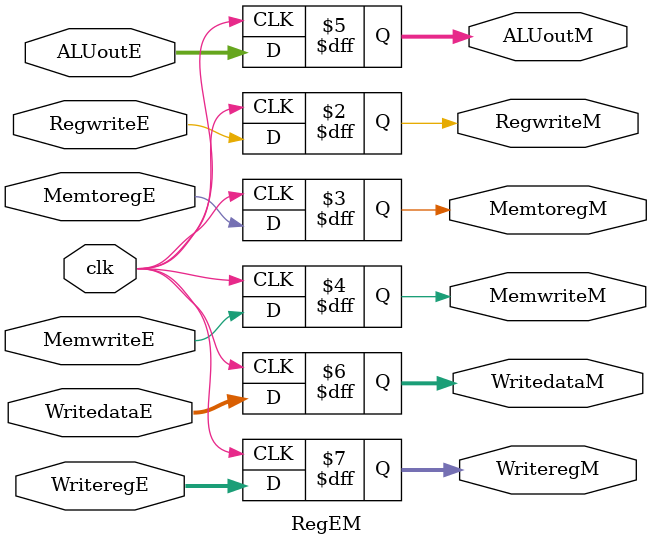
<source format=v>
`timescale 1ns / 1ps


module RegEM(
input clk,
input RegwriteE,
input MemtoregE,
input MemwriteE,
input [31:0]ALUoutE,
input [31:0]WritedataE,
input [4:0]WriteregE,
output reg RegwriteM,
output reg MemtoregM,
output reg MemwriteM,
output reg [31:0]ALUoutM,
output reg [31:0]WritedataM,
output reg [4:0]WriteregM
    );
 always @(posedge clk) 
    begin
           RegwriteM<=RegwriteE;
           MemtoregM<=MemtoregE;
           MemwriteM<=MemwriteE;
           ALUoutM<=ALUoutE;
           WritedataM<=WritedataE; 
           WriteregM<=WriteregE;
     end
endmodule

</source>
